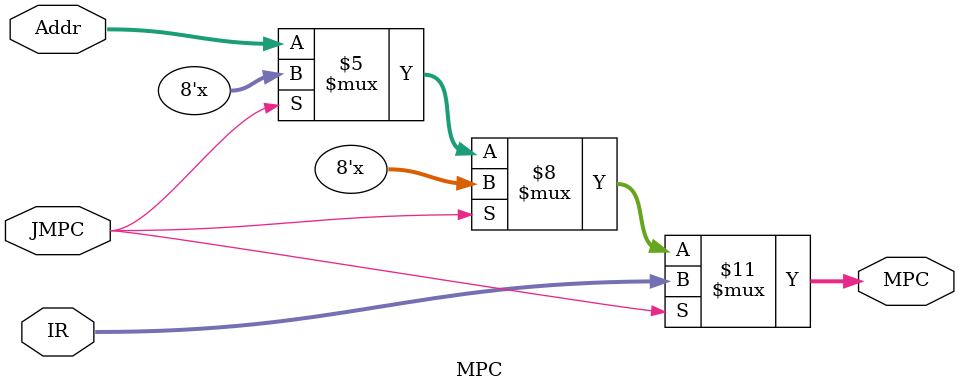
<source format=v>
`timescale 1ns / 1ps

module MPC(IR,Addr,MPC,JMPC
    );
	
	input [7:0] IR;
	input [7:0] Addr;
	output reg [7:0] MPC;
	input JMPC;
	
	initial begin 
		MPC = 8'b0;
	end
	always @(*) 
		begin
			if(JMPC)
				MPC = IR;
			else if(~JMPC)
				MPC = Addr;
		end
		
endmodule

</source>
